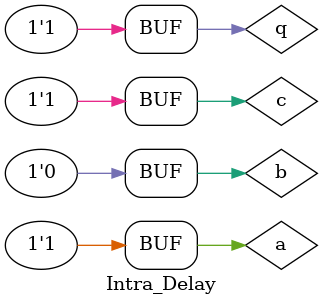
<source format=v>
module Intra_Delay;
	reg a,b,c,q;
    	  
		initial begin  
			    $monitor("[%0t] a=%0b b=%0b c=%0b q=%0b", $time, a, b, c, q);  

			   				 	// Initialize all signals to 0 at time 0  
			    a <= 0;  
			    b <= 0;  
			    c <= 0;  
			    q <= 0;  
							    // Inter-assignment delay: Wait for #5 time units  
							    // and then assign a and c to 1. Note that 'a' and 'c'  
							    // gets updated at the end of current timestep  
			#5  a <= 1;  
			    c <= 1;  
							    // Intra-assignment delay: First execute the statement  
							    // then wait for 5 time units and then assign the evaluated  
							    // value to q  
			    q <= #5 a & b | c;      
								// Non-blocking changed to blocking   
								// rest of the code remains the same  
			#10 a = 1;  
			    c = 1;  
			    q <= #5 a & b | c;  
			#20;
 		end 

endmodule : Intra_Delay

</source>
